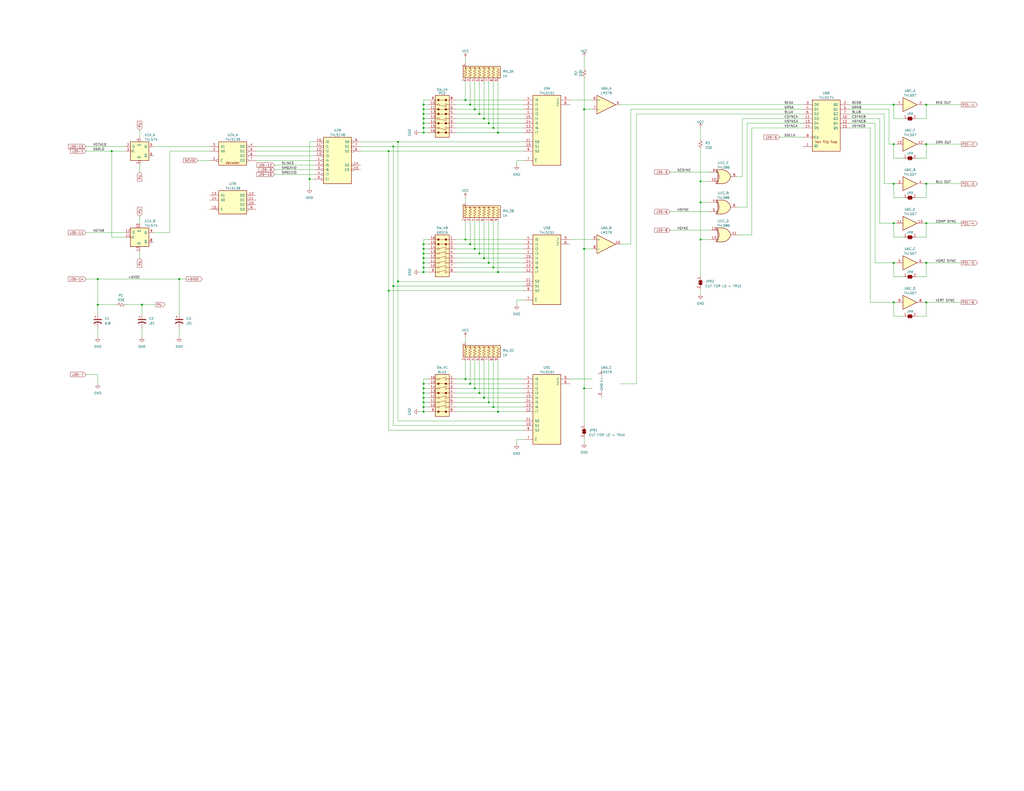
<source format=kicad_sch>
(kicad_sch (version 20230121) (generator eeschema)
  (paper "C")
  (title_block (title "Exidy Universal Game Board II") (company "Anton Gale") (comment 4 "COLOR ADAPTER"))
  (junction (at 231.14 148.59))
  (junction (at 487.68 121.92))
  (junction (at 264.16 217.17))
  (junction (at 266.7 219.71))
  (junction (at 214.63 80.01))
  (junction (at 256.54 57.15))
  (junction (at 254 54.61))
  (junction (at 231.14 146.05))
  (junction (at 231.14 222.25))
  (junction (at 231.14 135.89))
  (junction (at 231.14 217.17))
  (junction (at 168.91 97.79))
  (junction (at 487.68 78.74))
  (junction (at 231.14 214.63))
  (junction (at 505.46 57.15))
  (junction (at 505.46 78.74))
  (junction (at 269.24 146.05))
  (junction (at 259.08 135.89))
  (junction (at 231.14 143.51))
  (junction (at 264.16 140.97))
  (junction (at 231.14 140.97))
  (junction (at 231.14 59.69))
  (junction (at 487.68 57.15))
  (junction (at 487.68 143.51))
  (junction (at 259.08 59.69))
  (junction (at 231.14 72.39))
  (junction (at 212.09 158.75))
  (junction (at 256.54 209.55))
  (junction (at 266.7 67.31))
  (junction (at 231.14 133.35))
  (junction (at 256.54 133.35))
  (junction (at 214.63 156.21))
  (junction (at 505.46 165.1))
  (junction (at 60.96 82.55))
  (junction (at 97.79 152.4))
  (junction (at 271.78 72.39))
  (junction (at 261.62 214.63))
  (junction (at 505.46 143.51))
  (junction (at 53.34 152.4))
  (junction (at 318.77 59.69))
  (junction (at 271.78 148.59))
  (junction (at 382.27 130.81))
  (junction (at 231.14 212.09))
  (junction (at 269.24 69.85))
  (junction (at 261.62 62.23))
  (junction (at 231.14 64.77))
  (junction (at 217.17 77.47))
  (junction (at 382.27 110.49))
  (junction (at 264.16 64.77))
  (junction (at 231.14 62.23))
  (junction (at 231.14 69.85))
  (junction (at 318.77 135.89))
  (junction (at 505.46 100.33))
  (junction (at 254 130.81))
  (junction (at 269.24 222.25))
  (junction (at 271.78 224.79))
  (junction (at 231.14 67.31))
  (junction (at 259.08 212.09))
  (junction (at 261.62 138.43))
  (junction (at 266.7 143.51))
  (junction (at 487.68 100.33))
  (junction (at 231.14 219.71))
  (junction (at 212.09 82.55))
  (junction (at 77.47 166.37))
  (junction (at 231.14 209.55))
  (junction (at 382.27 99.06))
  (junction (at 318.77 212.09))
  (junction (at 231.14 224.79))
  (junction (at 254 207.01))
  (junction (at 53.34 166.37))
  (junction (at 217.17 153.67))
  (junction (at 505.46 121.92))
  (junction (at 487.68 165.1))
  (junction (at 231.14 138.43))
  (junction (at 231.14 57.15))
  (wire (pts (xy 281.94 163.83) (xy 281.94 166.37)))
  (wire (pts (xy 264.16 120.65) (xy 264.16 140.97)))
  (wire (pts (xy 212.09 158.75) (xy 212.09 82.55)))
  (wire (pts (xy 269.24 44.45) (xy 269.24 69.85)))
  (wire (pts (xy 261.62 214.63) (xy 285.75 214.63)))
  (wire (pts (xy 139.7 87.63) (xy 171.45 87.63)))
  (wire (pts (xy 92.71 82.55) (xy 114.3 82.55)))
  (wire (pts (xy 261.62 138.43) (xy 285.75 138.43)))
  (wire (pts (xy 231.14 72.39) (xy 233.68 72.39)))
  (wire (pts (xy 231.14 140.97) (xy 231.14 143.51)))
  (wire (pts (xy 266.7 67.31) (xy 285.75 67.31)))
  (wire (pts (xy 231.14 222.25) (xy 231.14 224.79)))
  (wire (pts (xy 266.7 196.85) (xy 266.7 219.71)))
  (wire (pts (xy 505.46 121.92) (xy 524.51 121.92)))
  (wire (pts (xy 233.68 219.71) (xy 231.14 219.71)))
  (wire (pts (xy 480.06 64.77) (xy 463.55 64.77)))
  (wire (pts (xy 149.86 90.17) (xy 171.45 90.17)))
  (wire (pts (xy 231.14 219.71) (xy 231.14 222.25)))
  (wire (pts (xy 407.67 67.31) (xy 407.67 113.03)))
  (wire (pts (xy 248.92 143.51) (xy 266.7 143.51)))
  (wire (pts (xy 248.92 133.35) (xy 256.54 133.35)))
  (wire (pts (xy 271.78 224.79) (xy 285.75 224.79)))
  (wire (pts (xy 248.92 135.89) (xy 259.08 135.89)))
  (wire (pts (xy 266.7 143.51) (xy 285.75 143.51)))
  (wire (pts (xy 387.35 110.49) (xy 382.27 110.49)))
  (wire (pts (xy 231.14 62.23) (xy 233.68 62.23)))
  (wire (pts (xy 214.63 232.41) (xy 214.63 156.21)))
  (wire (pts (xy 505.46 172.72) (xy 505.46 165.1)))
  (wire (pts (xy 264.16 140.97) (xy 285.75 140.97)))
  (wire (pts (xy 269.24 196.85) (xy 269.24 222.25)))
  (wire (pts (xy 231.14 67.31) (xy 231.14 69.85)))
  (wire (pts (xy 231.14 148.59) (xy 233.68 148.59)))
  (wire (pts (xy 407.67 113.03) (xy 402.59 113.03)))
  (wire (pts (xy 482.6 100.33) (xy 482.6 62.23)))
  (wire (pts (xy 231.14 138.43) (xy 233.68 138.43)))
  (wire (pts (xy 487.68 100.33) (xy 482.6 100.33)))
  (wire (pts (xy 318.77 135.89) (xy 323.215 135.89)))
  (wire (pts (xy 46.99 204.47) (xy 53.34 204.47)))
  (wire (pts (xy 53.34 166.37) (xy 63.5 166.37)))
  (wire (pts (xy 248.92 62.23) (xy 261.62 62.23)))
  (wire (pts (xy 46.99 127) (xy 68.58 127)))
  (wire (pts (xy 248.92 64.77) (xy 264.16 64.77)))
  (wire (pts (xy 487.68 172.72) (xy 487.68 165.1)))
  (wire (pts (xy 410.21 128.27) (xy 402.59 128.27)))
  (wire (pts (xy 338.455 133.35) (xy 344.17 133.35)))
  (wire (pts (xy 344.17 59.69) (xy 438.15 59.69)))
  (wire (pts (xy 264.16 44.45) (xy 264.16 64.77)))
  (wire (pts (xy 410.21 69.85) (xy 438.15 69.85)))
  (wire (pts (xy 231.14 148.59) (xy 228.6 148.59)))
  (wire (pts (xy 168.91 97.79) (xy 168.91 102.87)))
  (wire (pts (xy 107.95 87.63) (xy 114.3 87.63)))
  (wire (pts (xy 500.38 151.13) (xy 505.46 151.13)))
  (wire (pts (xy 231.14 214.63) (xy 233.68 214.63)))
  (wire (pts (xy 505.46 107.95) (xy 505.46 100.33)))
  (wire (pts (xy 248.92 69.85) (xy 269.24 69.85)))
  (wire (pts (xy 474.98 165.1) (xy 474.98 69.85)))
  (wire (pts (xy 248.92 214.63) (xy 261.62 214.63)))
  (wire (pts (xy 248.92 219.71) (xy 266.7 219.71)))
  (wire (pts (xy 256.54 133.35) (xy 285.75 133.35)))
  (wire (pts (xy 231.14 133.35) (xy 233.68 133.35)))
  (wire (pts (xy 492.76 107.95) (xy 487.68 107.95)))
  (wire (pts (xy 261.62 120.65) (xy 261.62 138.43)))
  (wire (pts (xy 318.77 59.69) (xy 318.77 135.89)))
  (wire (pts (xy 248.92 140.97) (xy 264.16 140.97)))
  (wire (pts (xy 214.63 156.21) (xy 214.63 80.01)))
  (wire (pts (xy 365.76 93.98) (xy 387.35 93.98)))
  (wire (pts (xy 285.75 158.75) (xy 212.09 158.75)))
  (wire (pts (xy 500.38 172.72) (xy 505.46 172.72)))
  (wire (pts (xy 487.68 165.1) (xy 474.98 165.1)))
  (wire (pts (xy 271.78 72.39) (xy 285.75 72.39)))
  (wire (pts (xy 76.2 137.16) (xy 76.2 140.97)))
  (wire (pts (xy 248.92 138.43) (xy 261.62 138.43)))
  (wire (pts (xy 254 107.95) (xy 254 110.49)))
  (wire (pts (xy 505.46 143.51) (xy 524.51 143.51)))
  (wire (pts (xy 231.14 209.55) (xy 231.14 212.09)))
  (wire (pts (xy 504.19 78.74) (xy 505.46 78.74)))
  (wire (pts (xy 492.76 129.54) (xy 487.68 129.54)))
  (wire (pts (xy 285.75 153.67) (xy 217.17 153.67)))
  (wire (pts (xy 254 31.75) (xy 254 34.29)))
  (wire (pts (xy 233.68 130.81) (xy 231.14 130.81)))
  (wire (pts (xy 231.14 135.89) (xy 231.14 138.43)))
  (wire (pts (xy 149.86 92.71) (xy 171.45 92.71)))
  (wire (pts (xy 231.14 57.15) (xy 233.68 57.15)))
  (wire (pts (xy 264.16 196.85) (xy 264.16 217.17)))
  (wire (pts (xy 266.7 44.45) (xy 266.7 67.31)))
  (wire (pts (xy 505.46 129.54) (xy 505.46 121.92)))
  (wire (pts (xy 60.96 129.54) (xy 60.96 82.55)))
  (wire (pts (xy 463.55 57.15) (xy 487.68 57.15)))
  (wire (pts (xy 248.92 72.39) (xy 271.78 72.39)))
  (wire (pts (xy 256.54 44.45) (xy 256.54 57.15)))
  (wire (pts (xy 214.63 80.01) (xy 285.75 80.01)))
  (wire (pts (xy 46.99 80.01) (xy 68.58 80.01)))
  (wire (pts (xy 463.55 59.69) (xy 485.14 59.69)))
  (wire (pts (xy 485.14 78.74) (xy 487.68 78.74)))
  (wire (pts (xy 231.14 140.97) (xy 233.68 140.97)))
  (wire (pts (xy 285.75 156.21) (xy 214.63 156.21)))
  (wire (pts (xy 76.2 121.92) (xy 76.2 118.11)))
  (wire (pts (xy 259.08 135.89) (xy 285.75 135.89)))
  (wire (pts (xy 505.46 100.33) (xy 524.51 100.33)))
  (wire (pts (xy 76.2 74.93) (xy 76.2 71.12)))
  (wire (pts (xy 248.92 130.81) (xy 254 130.81)))
  (wire (pts (xy 233.68 207.01) (xy 231.14 207.01)))
  (wire (pts (xy 231.14 146.05) (xy 233.68 146.05)))
  (wire (pts (xy 46.99 82.55) (xy 60.96 82.55)))
  (wire (pts (xy 487.68 151.13) (xy 487.68 143.51)))
  (wire (pts (xy 311.15 130.81) (xy 323.215 130.81)))
  (wire (pts (xy 231.14 59.69) (xy 231.14 62.23)))
  (wire (pts (xy 254 54.61) (xy 285.75 54.61)))
  (wire (pts (xy 256.54 196.85) (xy 256.54 209.55)))
  (wire (pts (xy 231.14 224.79) (xy 228.6 224.79)))
  (wire (pts (xy 231.14 138.43) (xy 231.14 140.97)))
  (wire (pts (xy 92.71 127) (xy 92.71 82.55)))
  (wire (pts (xy 504.19 100.33) (xy 505.46 100.33)))
  (wire (pts (xy 231.14 130.81) (xy 231.14 133.35)))
  (wire (pts (xy 311.15 207.01) (xy 323.215 207.01)))
  (wire (pts (xy 382.27 99.06) (xy 382.27 110.49)))
  (wire (pts (xy 487.68 57.15) (xy 488.95 57.15)))
  (wire (pts (xy 382.27 81.28) (xy 382.27 99.06)))
  (wire (pts (xy 487.68 86.36) (xy 487.68 78.74)))
  (wire (pts (xy 487.68 64.77) (xy 487.68 57.15)))
  (wire (pts (xy 53.34 152.4) (xy 53.34 166.37)))
  (wire (pts (xy 231.14 59.69) (xy 233.68 59.69)))
  (wire (pts (xy 254 130.81) (xy 285.75 130.81)))
  (wire (pts (xy 487.68 143.51) (xy 477.52 143.51)))
  (wire (pts (xy 474.98 69.85) (xy 463.55 69.85)))
  (wire (pts (xy 231.14 214.63) (xy 231.14 217.17)))
  (wire (pts (xy 231.14 146.05) (xy 231.14 148.59)))
  (wire (pts (xy 231.14 69.85) (xy 233.68 69.85)))
  (wire (pts (xy 231.14 54.61) (xy 231.14 57.15)))
  (wire (pts (xy 505.46 78.74) (xy 524.51 78.74)))
  (wire (pts (xy 387.35 99.06) (xy 382.27 99.06)))
  (wire (pts (xy 83.82 80.01) (xy 114.3 80.01)))
  (wire (pts (xy 285.75 232.41) (xy 214.63 232.41)))
  (wire (pts (xy 217.17 77.47) (xy 285.75 77.47)))
  (wire (pts (xy 248.92 54.61) (xy 254 54.61)))
  (wire (pts (xy 259.08 120.65) (xy 259.08 135.89)))
  (wire (pts (xy 365.76 125.73) (xy 387.35 125.73)))
  (wire (pts (xy 77.47 166.37) (xy 77.47 171.45)))
  (wire (pts (xy 505.46 86.36) (xy 505.46 78.74)))
  (wire (pts (xy 500.38 86.36) (xy 505.46 86.36)))
  (wire (pts (xy 505.46 151.13) (xy 505.46 143.51)))
  (wire (pts (xy 53.34 166.37) (xy 53.34 171.45)))
  (wire (pts (xy 266.7 219.71) (xy 285.75 219.71)))
  (wire (pts (xy 248.92 148.59) (xy 271.78 148.59)))
  (wire (pts (xy 487.68 107.95) (xy 487.68 100.33)))
  (wire (pts (xy 217.17 229.87) (xy 217.17 153.67)))
  (wire (pts (xy 196.85 80.01) (xy 214.63 80.01)))
  (wire (pts (xy 231.14 222.25) (xy 233.68 222.25)))
  (wire (pts (xy 425.45 74.93) (xy 438.15 74.93)))
  (wire (pts (xy 261.62 196.85) (xy 261.62 214.63)))
  (wire (pts (xy 347.345 62.23) (xy 438.15 62.23)))
  (wire (pts (xy 500.38 107.95) (xy 505.46 107.95)))
  (wire (pts (xy 410.21 69.85) (xy 410.21 128.27)))
  (wire (pts (xy 212.09 234.95) (xy 212.09 158.75)))
  (wire (pts (xy 488.95 165.1) (xy 487.68 165.1)))
  (wire (pts (xy 477.52 67.31) (xy 463.55 67.31)))
  (wire (pts (xy 482.6 62.23) (xy 463.55 62.23)))
  (wire (pts (xy 405.13 64.77) (xy 438.15 64.77)))
  (wire (pts (xy 254 207.01) (xy 285.75 207.01)))
  (wire (pts (xy 269.24 222.25) (xy 285.75 222.25)))
  (wire (pts (xy 505.46 64.77) (xy 505.46 57.15)))
  (wire (pts (xy 233.68 54.61) (xy 231.14 54.61)))
  (wire (pts (xy 259.08 212.09) (xy 285.75 212.09)))
  (wire (pts (xy 271.78 148.59) (xy 285.75 148.59)))
  (wire (pts (xy 248.92 222.25) (xy 269.24 222.25)))
  (wire (pts (xy 259.08 44.45) (xy 259.08 59.69)))
  (wire (pts (xy 382.27 158.115) (xy 382.27 160.655)))
  (wire (pts (xy 254 120.65) (xy 254 130.81)))
  (wire (pts (xy 266.7 120.65) (xy 266.7 143.51)))
  (wire (pts (xy 231.14 64.77) (xy 233.68 64.77)))
  (wire (pts (xy 256.54 120.65) (xy 256.54 133.35)))
  (wire (pts (xy 485.14 59.69) (xy 485.14 78.74)))
  (wire (pts (xy 318.77 212.09) (xy 318.77 231.775)))
  (wire (pts (xy 168.91 77.47) (xy 168.91 97.79)))
  (wire (pts (xy 271.78 196.85) (xy 271.78 224.79)))
  (wire (pts (xy 492.76 64.77) (xy 487.68 64.77)))
  (wire (pts (xy 259.08 59.69) (xy 285.75 59.69)))
  (wire (pts (xy 387.35 130.81) (xy 382.27 130.81)))
  (wire (pts (xy 231.14 217.17) (xy 233.68 217.17)))
  (wire (pts (xy 97.79 152.4) (xy 97.79 171.45)))
  (wire (pts (xy 285.75 234.95) (xy 212.09 234.95)))
  (wire (pts (xy 231.14 217.17) (xy 231.14 219.71)))
  (wire (pts (xy 231.14 212.09) (xy 233.68 212.09)))
  (wire (pts (xy 231.14 135.89) (xy 233.68 135.89)))
  (wire (pts (xy 53.34 179.07) (xy 53.34 184.15)))
  (wire (pts (xy 248.92 224.79) (xy 271.78 224.79)))
  (wire (pts (xy 231.14 209.55) (xy 233.68 209.55)))
  (wire (pts (xy 168.91 97.79) (xy 171.45 97.79)))
  (wire (pts (xy 231.14 72.39) (xy 228.6 72.39)))
  (wire (pts (xy 46.99 152.4) (xy 53.34 152.4)))
  (wire (pts (xy 480.06 121.92) (xy 480.06 64.77)))
  (wire (pts (xy 285.75 240.03) (xy 281.94 240.03)))
  (wire (pts (xy 248.92 212.09) (xy 259.08 212.09)))
  (wire (pts (xy 505.46 165.1) (xy 524.51 165.1)))
  (wire (pts (xy 318.77 42.545) (xy 318.77 59.69)))
  (wire (pts (xy 382.27 69.85) (xy 382.27 76.2)))
  (wire (pts (xy 231.14 224.79) (xy 233.68 224.79)))
  (wire (pts (xy 477.52 143.51) (xy 477.52 67.31)))
  (wire (pts (xy 487.68 78.74) (xy 488.95 78.74)))
  (wire (pts (xy 285.75 163.83) (xy 281.94 163.83)))
  (wire (pts (xy 231.14 143.51) (xy 231.14 146.05)))
  (wire (pts (xy 248.92 209.55) (xy 256.54 209.55)))
  (wire (pts (xy 68.58 129.54) (xy 60.96 129.54)))
  (wire (pts (xy 504.19 165.1) (xy 505.46 165.1)))
  (wire (pts (xy 269.24 146.05) (xy 285.75 146.05)))
  (wire (pts (xy 488.95 121.92) (xy 487.68 121.92)))
  (wire (pts (xy 231.14 207.01) (xy 231.14 209.55)))
  (wire (pts (xy 382.27 110.49) (xy 382.27 130.81)))
  (wire (pts (xy 338.455 209.55) (xy 347.345 209.55)))
  (wire (pts (xy 139.7 82.55) (xy 171.45 82.55)))
  (wire (pts (xy 196.85 77.47) (xy 217.17 77.47)))
  (wire (pts (xy 405.13 96.52) (xy 402.59 96.52)))
  (wire (pts (xy 271.78 120.65) (xy 271.78 148.59)))
  (wire (pts (xy 212.09 82.55) (xy 285.75 82.55)))
  (wire (pts (xy 231.14 57.15) (xy 231.14 59.69)))
  (wire (pts (xy 231.14 212.09) (xy 231.14 214.63)))
  (wire (pts (xy 271.78 44.45) (xy 271.78 72.39)))
  (wire (pts (xy 281.94 87.63) (xy 281.94 90.17)))
  (wire (pts (xy 196.85 82.55) (xy 212.09 82.55)))
  (wire (pts (xy 68.58 166.37) (xy 77.47 166.37)))
  (wire (pts (xy 264.16 217.17) (xy 285.75 217.17)))
  (wire (pts (xy 323.215 59.69) (xy 318.77 59.69)))
  (wire (pts (xy 492.76 86.36) (xy 487.68 86.36)))
  (wire (pts (xy 261.62 62.23) (xy 285.75 62.23)))
  (wire (pts (xy 365.76 115.57) (xy 387.35 115.57)))
  (wire (pts (xy 281.94 240.03) (xy 281.94 242.57)))
  (wire (pts (xy 488.95 143.51) (xy 487.68 143.51)))
  (wire (pts (xy 269.24 69.85) (xy 285.75 69.85)))
  (wire (pts (xy 97.79 179.07) (xy 97.79 184.15)))
  (wire (pts (xy 248.92 207.01) (xy 254 207.01)))
  (wire (pts (xy 248.92 146.05) (xy 269.24 146.05)))
  (wire (pts (xy 505.46 57.15) (xy 524.51 57.15)))
  (wire (pts (xy 77.47 166.37) (xy 85.09 166.37)))
  (wire (pts (xy 487.68 121.92) (xy 480.06 121.92)))
  (wire (pts (xy 231.14 69.85) (xy 231.14 72.39)))
  (wire (pts (xy 347.345 209.55) (xy 347.345 62.23)))
  (wire (pts (xy 318.77 212.09) (xy 323.215 212.09)))
  (wire (pts (xy 248.92 57.15) (xy 256.54 57.15)))
  (wire (pts (xy 171.45 77.47) (xy 168.91 77.47)))
  (wire (pts (xy 254 44.45) (xy 254 54.61)))
  (wire (pts (xy 217.17 153.67) (xy 217.17 77.47)))
  (wire (pts (xy 504.19 121.92) (xy 505.46 121.92)))
  (wire (pts (xy 233.68 67.31) (xy 231.14 67.31)))
  (wire (pts (xy 504.19 143.51) (xy 505.46 143.51)))
  (wire (pts (xy 254 184.15) (xy 254 186.69)))
  (wire (pts (xy 53.34 152.4) (xy 97.79 152.4)))
  (wire (pts (xy 139.7 80.01) (xy 171.45 80.01)))
  (wire (pts (xy 269.24 120.65) (xy 269.24 146.05)))
  (wire (pts (xy 256.54 209.55) (xy 285.75 209.55)))
  (wire (pts (xy 500.38 64.77) (xy 505.46 64.77)))
  (wire (pts (xy 318.77 135.89) (xy 318.77 212.09)))
  (wire (pts (xy 256.54 57.15) (xy 285.75 57.15)))
  (wire (pts (xy 248.92 217.17) (xy 264.16 217.17)))
  (wire (pts (xy 231.14 62.23) (xy 231.14 64.77)))
  (wire (pts (xy 259.08 196.85) (xy 259.08 212.09)))
  (wire (pts (xy 500.38 129.54) (xy 505.46 129.54)))
  (wire (pts (xy 311.15 54.61) (xy 323.215 54.61)))
  (wire (pts (xy 318.77 31.115) (xy 318.77 37.465)))
  (wire (pts (xy 83.82 127) (xy 92.71 127)))
  (wire (pts (xy 97.79 152.4) (xy 101.6 152.4)))
  (wire (pts (xy 76.2 90.17) (xy 76.2 93.98)))
  (wire (pts (xy 487.68 129.54) (xy 487.68 121.92)))
  (wire (pts (xy 407.67 67.31) (xy 438.15 67.31)))
  (wire (pts (xy 248.92 59.69) (xy 259.08 59.69)))
  (wire (pts (xy 285.75 87.63) (xy 281.94 87.63)))
  (wire (pts (xy 254 196.85) (xy 254 207.01)))
  (wire (pts (xy 492.76 151.13) (xy 487.68 151.13)))
  (wire (pts (xy 231.14 64.77) (xy 231.14 67.31)))
  (wire (pts (xy 318.77 239.395) (xy 318.77 241.935)))
  (wire (pts (xy 248.92 67.31) (xy 266.7 67.31)))
  (wire (pts (xy 139.7 85.09) (xy 171.45 85.09)))
  (wire (pts (xy 231.14 133.35) (xy 231.14 135.89)))
  (wire (pts (xy 77.47 179.07) (xy 77.47 184.15)))
  (wire (pts (xy 382.27 130.81) (xy 382.27 150.495)))
  (wire (pts (xy 344.17 133.35) (xy 344.17 59.69)))
  (wire (pts (xy 261.62 44.45) (xy 261.62 62.23)))
  (wire (pts (xy 504.19 57.15) (xy 505.46 57.15)))
  (wire (pts (xy 405.13 64.77) (xy 405.13 96.52)))
  (wire (pts (xy 233.68 143.51) (xy 231.14 143.51)))
  (wire (pts (xy 488.95 100.33) (xy 487.68 100.33)))
  (wire (pts (xy 53.34 204.47) (xy 53.34 209.55)))
  (wire (pts (xy 285.75 229.87) (xy 217.17 229.87)))
  (wire (pts (xy 338.455 57.15) (xy 438.15 57.15)))
  (wire (pts (xy 149.86 95.25) (xy 171.45 95.25)))
  (wire (pts (xy 492.76 172.72) (xy 487.68 172.72)))
  (wire (pts (xy 264.16 64.77) (xy 285.75 64.77)))
  (wire (pts (xy 60.96 82.55) (xy 68.58 82.55)))
  (label "5M02VID" (at 153.67 92.71 0))
  (label "5LINES" (at 153.67 90.17 0))
  (label "GRN OUT" (at 510.54 78.74 0))
  (label "HORZ SYNC" (at 510.54 143.51 0))
  (label "VSYNCB" (at 464.82 69.85 0))
  (label "RED OUT" (at 510.54 57.15 0))
  (label "HSYNCB" (at 464.82 67.31 0))
  (label "GRNB" (at 464.82 59.69 0))
  (label "5SRLD" (at 50.8 82.55 0))
  (label "BLU OUT" (at 510.54 100.33 0))
  (label "HSYNC" (at 369.57 115.57 0))
  (label "CSYNCB" (at 464.82 64.77 0))
  (label "REDB" (at 464.82 57.15 0))
  (label "BLUA" (at 427.99 62.23 0))
  (label "VSYNCA" (at 427.99 69.85 0))
  (label "HSYNCA" (at 427.99 67.31 0))
  (label "VERT SYNC" (at 510.54 165.1 0))
  (label "VD7A9" (at 50.8 127 0))
  (label "GRNA" (at 427.99 59.69 0))
  (label "+5VDC" (at 69.85 152.4 0))
  (label "REDA" (at 427.99 57.15 0))
  (label "VSYNC" (at 369.57 125.73 0))
  (label "5CSYNC" (at 369.57 93.98 0))
  (label "CSYNCA" (at 427.99 64.77 0))
  (label "5SCLK" (at 427.99 74.93 0))
  (label "5M01VID" (at 153.67 95.25 0))
  (label "COMP SYNC" (at 510.54 121.92 0))
  (label "BLUB" (at 464.82 62.23 0))
  (label "VD7A10" (at 50.8 80.01 0))
  (global_label "J20-8" (shape input) (at 365.76 125.73 180) (property "Intersheetrefs" "${INTERSHEET_REFS}" (effects hide)))
  (global_label "J20-7" (shape input) (at 46.99 204.47 180) (property "Intersheetrefs" "${INTERSHEET_REFS}" (effects hide)))
  (global_label "PU" (shape input) (at 76.2 93.98 270) (property "Intersheetrefs" "${INTERSHEET_REFS}" (effects hide)))
  (global_label "J20-3" (shape input) (at 365.76 93.98 180) (property "Intersheetrefs" "${INTERSHEET_REFS}" (effects hide)))
  (global_label "P21-1" (shape output) (at 524.51 57.15 0) (property "Intersheetrefs" "${INTERSHEET_REFS}" (effects hide)))
  (global_label "J20-10" (shape input) (at 149.86 95.25 180) (property "Intersheetrefs" "${INTERSHEET_REFS}" (effects hide)))
  (global_label "PU" (shape input) (at 76.2 140.97 270) (property "Intersheetrefs" "${INTERSHEET_REFS}" (effects hide)))
  (global_label "J20-5" (shape input) (at 425.45 74.93 180) (property "Intersheetrefs" "${INTERSHEET_REFS}" (effects hide)))
  (global_label "J20-11" (shape input) (at 46.99 127 180) (property "Intersheetrefs" "${INTERSHEET_REFS}" (effects hide)))
  (global_label "P21-2" (shape output) (at 524.51 78.74 0) (property "Intersheetrefs" "${INTERSHEET_REFS}" (effects hide)))
  (global_label "PU" (shape input) (at 76.2 71.12 90) (property "Intersheetrefs" "${INTERSHEET_REFS}" (effects hide)))
  (global_label "P21-3" (shape output) (at 524.51 100.33 0) (property "Intersheetrefs" "${INTERSHEET_REFS}" (effects hide)))
  (global_label "PU" (shape input) (at 76.2 118.11 90) (property "Intersheetrefs" "${INTERSHEET_REFS}" (effects hide)))
  (global_label "J20-1" (shape input) (at 46.99 82.55 180) (property "Intersheetrefs" "${INTERSHEET_REFS}" (effects hide)))
  (global_label "PU" (shape output) (at 85.09 166.37 0) (property "Intersheetrefs" "${INTERSHEET_REFS}" (effects hide)))
  (global_label "+5VDC" (shape output) (at 101.6 152.4 0) (property "Intersheetrefs" "${INTERSHEET_REFS}" (effects hide)))
  (global_label "5CVID" (shape input) (at 107.95 87.63 180) (property "Intersheetrefs" "${INTERSHEET_REFS}" (effects hide)))
  (global_label "P21-5" (shape output) (at 524.51 143.51 0) (property "Intersheetrefs" "${INTERSHEET_REFS}" (effects hide)))
  (global_label "J20-14" (shape input) (at 46.99 152.4 180) (property "Intersheetrefs" "${INTERSHEET_REFS}" (effects hide)))
  (global_label "P21-4" (shape output) (at 524.51 121.92 0) (property "Intersheetrefs" "${INTERSHEET_REFS}" (effects hide)))
  (global_label "J20-13" (shape input) (at 46.99 80.01 180) (property "Intersheetrefs" "${INTERSHEET_REFS}" (effects hide)))
  (global_label "J20-6" (shape input) (at 365.76 115.57 180) (property "Intersheetrefs" "${INTERSHEET_REFS}" (effects hide)))
  (global_label "J20-9" (shape input) (at 149.86 92.71 180) (property "Intersheetrefs" "${INTERSHEET_REFS}" (effects hide)))
  (global_label "P21-6" (shape output) (at 524.51 165.1 0) (property "Intersheetrefs" "${INTERSHEET_REFS}" (effects hide)))
  (global_label "J20-12" (shape input) (at 149.86 90.17 180) (property "Intersheetrefs" "${INTERSHEET_REFS}" (effects hide)))
  (symbol (lib_id "power:GND") (at 77.47 184.15 0) (unit 1)
    (property "Reference" "#PWR024" (effects hide))
    (property "Value" "GND" (at 77.47 189.23 0))
  )
  (symbol (lib_id "power:VCC") (at 254 31.75 0) (unit 1)
    (property "Reference" "#PWR05" (effects hide))
    (property "Value" "VCC" (at 254 27.94 0))
  )
  (symbol (lib_id "power:VCC") (at 382.27 69.85 0) (unit 1)
    (property "Reference" "#PWR022" (effects hide))
    (property "Value" "VCC" (at 382.27 66.675 0))
  )
  (symbol (lib_id "74xx:74LS07") (at 496.57 78.74 0) (unit 6)
    (property "Reference" "U6C_" (at 496.57 71.12 0))
    (property "Value" "74LS07" (at 496.57 73.66 0))
    (property "Datasheet" "www.ti.com/lit/ds/symlink/sn74ls07.pdf" (effects hide))
  )
  (symbol (lib_id "power:GND") (at 281.94 166.37 0) (unit 1)
    (property "Reference" "#PWR08" (effects hide))
    (property "Value" "GND" (at 281.94 171.45 0))
  )
  (symbol (lib_id "jt74:74LS151") (at 298.45 146.05 0) (unit 1)
    (property "Reference" "U5B" (at 298.45 124.46 0))
    (property "Value" "74LS151" (at 298.45 127 0))
    (property "Datasheet" "http://www.ti.com/lit/gpn/sn74LS151" (effects hide))
  )
  (symbol (lib_id "Device:R_Small_US") (at 318.77 40.005 180) (unit 1)
    (property "Reference" "R2" (at 314.325 40.005 90))
    (property "Value" "330" (at 316.865 40.005 90))
  )
  (symbol (lib_id "Device:R_Network08_US") (at 264.16 39.37 0) (unit 1)
    (property "Reference" "RN_3A" (at 274.32 38.989 0) (effects (justify left)))
    (property "Value" "1K" (at 274.32 41.529 0) (effects (justify left)))
    (property "Footprint" "Resistor_THT:R_Array_SIP9" (effects hide))
    (property "Datasheet" "http://www.vishay.com/docs/31509/csc.pdf" (effects hide))
  )
  (symbol (lib_id "jt74:74LS86") (at 394.97 96.52 0) (unit 3)
    (property "Reference" "U1C_" (at 394.6652 88.9 0))
    (property "Value" "74LS86" (at 394.6652 91.44 0))
    (property "Datasheet" "74xx/74ls86.pdf" (effects hide))
  )
  (symbol (lib_id "74xx:74LS139") (at 127 109.22 0) (unit 2)
    (property "Reference" "U?" (at 127 100.33 0))
    (property "Value" "74LS139" (at 127 102.87 0))
    (property "Datasheet" "http://www.ti.com/lit/ds/symlink/sn74ls139a.pdf" (effects hide))
  )
  (symbol (lib_name "74LS86_1") (lib_id "jt74:74LS86") (at 330.835 209.55 0) (unit 3)
    (property "Reference" "U6A_" (at 330.835 200.66 0))
    (property "Value" "LM379" (at 330.835 203.2 0))
    (property "Datasheet" "https://datasheetspdf.com/pdf-file/535676/National/LM379/1" (effects hide))
  )
  (symbol (lib_id "Jumper:SolderJumper_2_Bridged") (at 496.57 151.13 0) (unit 1)
    (property "Reference" "JPR" (at 496.57 148.59 0))
    (property "Value" "CUT FOR LO = TRUE" (effects hide))
  )
  (symbol (lib_id "jt74:74LS74") (at 76.2 82.55 0) (unit 1)
    (property "Reference" "U1A_" (at 78.7655 73.66 0) (effects (justify left)))
    (property "Value" "74LS74" (at 78.7655 76.2 0) (effects (justify left)))
    (property "Datasheet" "74xx/74hc_hct74.pdf" (effects hide))
  )
  (symbol (lib_id "74xx:74LS07") (at 496.57 100.33 0) (unit 2)
    (property "Reference" "U6C_" (at 496.57 92.71 0))
    (property "Value" "74LS07" (at 496.57 95.25 0))
    (property "Datasheet" "www.ti.com/lit/ds/symlink/sn74ls07.pdf" (effects hide))
  )
  (symbol (lib_id "Jumper:SolderJumper_2_Bridged") (at 496.57 172.72 0) (unit 1)
    (property "Reference" "JPR" (at 496.57 170.18 0))
    (property "Value" "CUT FOR LO = TRUE" (effects hide))
  )
  (symbol (lib_id "power:GND") (at 318.77 241.935 0) (unit 1)
    (property "Reference" "#PWR019" (effects hide))
    (property "Value" "GND" (at 318.77 247.015 0))
  )
  (symbol (lib_id "power:GND") (at 228.6 224.79 270) (mirror x) (unit 1)
    (property "Reference" "#PWR018" (effects hide))
    (property "Value" "GND" (at 223.52 224.79 0))
  )
  (symbol (lib_name "SW_DIPS_08_2") (lib_id "Mod_KC_Symbols:SW_DIPS_08") (at 237.49 128.27 0) (unit 1)
    (property "Reference" "SW_4B" (at 241.3 124.46 0))
    (property "Value" "GREEN" (at 241.3 127 0))
  )
  (symbol (lib_id "power:GND") (at 228.6 72.39 270) (mirror x) (unit 1)
    (property "Reference" "#PWR016" (effects hide))
    (property "Value" "GND" (at 223.52 72.39 0))
  )
  (symbol (lib_id "Device:R_Small_US") (at 66.04 166.37 90) (unit 1)
    (property "Reference" "R1" (at 66.04 161.29 90))
    (property "Value" "330" (at 66.04 163.83 90))
  )
  (symbol (lib_id "Device:R_Network08_US") (at 264.16 191.77 0) (unit 1)
    (property "Reference" "RN_3C" (at 274.32 191.389 0) (effects (justify left)))
    (property "Value" "1K" (at 274.32 193.929 0) (effects (justify left)))
    (property "Footprint" "Resistor_THT:R_Array_SIP9" (effects hide))
    (property "Datasheet" "http://www.vishay.com/docs/31509/csc.pdf" (effects hide))
  )
  (symbol (lib_id "Jumper:SolderJumper_2_Bridged") (at 318.77 235.585 270) (unit 1)
    (property "Reference" "JPR1" (at 321.31 234.95 90) (effects (justify left)))
    (property "Value" "CUT FOR LO = TRUE" (at 321.31 237.49 90) (effects (justify left)))
  )
  (symbol (lib_id "jt74:74LS174") (at 450.85 67.31 0) (unit 1)
    (property "Reference" "U6B" (at 450.85 50.8 0))
    (property "Value" "74LS174" (at 450.85 53.34 0))
    (property "Datasheet" "http://www.ti.com/lit/gpn/sn74LS174" (effects hide))
  )
  (symbol (lib_name "SW_DIPS_08_1") (lib_id "Mod_KC_Symbols:SW_DIPS_08") (at 237.49 74.93 0) (mirror x) (unit 1)
    (property "Reference" "SW_4A" (at 241.3 48.895 0))
    (property "Value" "RED" (at 241.3 50.8 0))
  )
  (symbol (lib_id "Device:C_Polarized_US") (at 77.47 175.26 0) (unit 1)
    (property "Reference" "C2" (at 81.28 173.99 0) (effects (justify left)))
    (property "Value" ".01" (at 81.28 176.53 0) (effects (justify left)))
  )
  (symbol (lib_id "74xx:74LS07") (at 496.57 121.92 0) (unit 5)
    (property "Reference" "U6C_" (at 496.57 114.3 0))
    (property "Value" "74LS07" (at 496.57 116.84 0))
    (property "Datasheet" "www.ti.com/lit/ds/symlink/sn74ls07.pdf" (effects hide))
  )
  (symbol (lib_id "power:VCC") (at 254 107.95 0) (unit 1)
    (property "Reference" "#PWR013" (effects hide))
    (property "Value" "VCC" (at 254 104.14 0))
  )
  (symbol (lib_id "Mod_KC_Symbols:SW_DIPS_08") (at 237.49 204.47 0) (unit 1)
    (property "Reference" "SW_4C" (at 241.3 200.66 0))
    (property "Value" "BLUE" (at 241.3 203.2 0))
  )
  (symbol (lib_id "Device:R_Network08_US") (at 264.16 115.57 0) (unit 1)
    (property "Reference" "RN_3B" (at 274.32 115.189 0) (effects (justify left)))
    (property "Value" "1K" (at 274.32 117.729 0) (effects (justify left)))
    (property "Footprint" "Resistor_THT:R_Array_SIP9" (effects hide))
    (property "Datasheet" "http://www.vishay.com/docs/31509/csc.pdf" (effects hide))
  )
  (symbol (lib_id "Device:R_Small_US") (at 382.27 78.74 180) (unit 1)
    (property "Reference" "R3" (at 384.81 78.105 0) (effects (justify right)))
    (property "Value" "330" (at 384.81 80.645 0) (effects (justify right)))
  )
  (symbol (lib_id "jt74:74LS74") (at 76.2 129.54 0) (unit 2)
    (property "Reference" "U1A_" (at 78.7655 120.65 0) (effects (justify left)))
    (property "Value" "74LS74" (at 78.7655 123.19 0) (effects (justify left)))
    (property "Datasheet" "74xx/74hc_hct74.pdf" (effects hide))
  )
  (symbol (lib_id "74xx:74LS07") (at 496.57 57.15 0) (unit 1)
    (property "Reference" "U6C_" (at 496.57 49.53 0))
    (property "Value" "74LS07" (at 496.57 52.07 0))
    (property "Datasheet" "www.ti.com/lit/ds/symlink/sn74ls07.pdf" (effects hide))
  )
  (symbol (lib_id "power:GND") (at 382.27 160.655 0) (unit 1)
    (property "Reference" "#PWR027" (effects hide))
    (property "Value" "GND" (at 382.27 165.735 0))
  )
  (symbol (lib_id "Jumper:SolderJumper_2_Bridged") (at 496.57 86.36 0) (unit 1)
    (property "Reference" "JPR" (at 496.57 83.82 0))
    (property "Value" "CUT FOR LO = TRUE" (effects hide))
  )
  (symbol (lib_name "74LS86_3") (lib_id "jt74:74LS86") (at 330.835 133.35 0) (unit 2)
    (property "Reference" "U6A_" (at 330.835 124.46 0))
    (property "Value" "LM379" (at 330.835 127 0))
    (property "Datasheet" "https://datasheetspdf.com/pdf-file/535676/National/LM379/1" (effects hide))
  )
  (symbol (lib_name "74LS86_2") (lib_id "jt74:74LS86") (at 330.835 57.15 0) (unit 1)
    (property "Reference" "U6A_" (at 330.835 48.26 0))
    (property "Value" "LM379" (at 330.835 50.8 0))
    (property "Datasheet" "https://datasheetspdf.com/pdf-file/535676/National/LM379/1" (effects hide))
  )
  (symbol (lib_id "power:GND") (at 53.34 184.15 0) (unit 1)
    (property "Reference" "#PWR023" (effects hide))
    (property "Value" "GND" (at 53.34 189.23 0))
  )
  (symbol (lib_id "power:GND") (at 228.6 148.59 270) (mirror x) (unit 1)
    (property "Reference" "#PWR017" (effects hide))
    (property "Value" "GND" (at 223.52 148.59 0))
  )
  (symbol (lib_id "74xx:74LS07") (at 496.57 165.1 0) (unit 4)
    (property "Reference" "U6C_" (at 496.57 157.48 0))
    (property "Value" "74LS07" (at 496.57 160.02 0))
    (property "Datasheet" "www.ti.com/lit/ds/symlink/sn74ls07.pdf" (effects hide))
  )
  (symbol (lib_id "jt74:74LS151") (at 298.45 69.85 0) (unit 1)
    (property "Reference" "U5A" (at 298.45 48.26 0))
    (property "Value" "74LS151" (at 298.45 50.8 0))
    (property "Datasheet" "http://www.ti.com/lit/gpn/sn74LS151" (effects hide))
  )
  (symbol (lib_id "Jumper:SolderJumper_2_Bridged") (at 496.57 129.54 0) (unit 1)
    (property "Reference" "JPR" (at 496.57 127 0))
    (property "Value" "CUT FOR LO = TRUE" (effects hide))
  )
  (symbol (lib_id "Jumper:SolderJumper_2_Bridged") (at 496.57 64.77 0) (unit 1)
    (property "Reference" "JPR" (at 496.57 62.23 0))
    (property "Value" "CUT FOR LO = TRUE" (effects hide))
  )
  (symbol (lib_id "Jumper:SolderJumper_2_Bridged") (at 382.27 154.305 270) (unit 1)
    (property "Reference" "JPR2" (at 384.81 153.67 90) (effects (justify left)))
    (property "Value" "CUT FOR LO = TRUE" (at 384.81 156.21 90) (effects (justify left)))
  )
  (symbol (lib_id "power:GND") (at 97.79 184.15 0) (unit 1)
    (property "Reference" "#PWR025" (effects hide))
    (property "Value" "GND" (at 97.79 189.23 0))
  )
  (symbol (lib_id "power:VCC") (at 254 184.15 0) (unit 1)
    (property "Reference" "#PWR015" (effects hide))
    (property "Value" "VCC" (at 254 180.34 0))
  )
  (symbol (lib_id "Device:C_Polarized_US") (at 97.79 175.26 0) (unit 1)
    (property "Reference" "C3" (at 101.6 173.99 0) (effects (justify left)))
    (property "Value" ".01" (at 101.6 176.53 0) (effects (justify left)))
  )
  (symbol (lib_id "power:GND") (at 281.94 242.57 0) (unit 1)
    (property "Reference" "#PWR010" (effects hide))
    (property "Value" "GND" (at 281.94 247.65 0))
  )
  (symbol (lib_id "jt74:74LS151") (at 298.45 222.25 0) (unit 1)
    (property "Reference" "U5C" (at 298.45 200.66 0))
    (property "Value" "74LS151" (at 298.45 203.2 0))
    (property "Datasheet" "http://www.ti.com/lit/gpn/sn74LS151" (effects hide))
  )
  (symbol (lib_id "jt74:74LS86") (at 394.97 113.03 0) (unit 2)
    (property "Reference" "U1C_" (at 394.6652 105.41 0))
    (property "Value" "74LS86" (at 394.6652 107.95 0))
    (property "Datasheet" "74xx/74ls86.pdf" (effects hide))
  )
  (symbol (lib_id "power:GND") (at 53.34 209.55 0) (unit 1)
    (property "Reference" "#PWR026" (effects hide))
    (property "Value" "GND" (at 53.34 214.63 0))
  )
  (symbol (lib_id "jt74:74LS148") (at 184.15 87.63 0) (unit 1)
    (property "Reference" "U2B" (at 184.15 71.12 0))
    (property "Value" "74LS148" (at 184.15 73.66 0))
    (property "Datasheet" "http://www.ti.com/lit/gpn/sn74LS148" (effects hide))
  )
  (symbol (lib_id "Device:C_Polarized_US") (at 53.34 175.26 0) (unit 1)
    (property "Reference" "C1" (at 57.15 173.99 0) (effects (justify left)))
    (property "Value" "6.8" (at 57.15 176.53 0) (effects (justify left)))
  )
  (symbol (lib_id "power:GND") (at 281.94 90.17 0) (unit 1)
    (property "Reference" "#PWR07" (effects hide))
    (property "Value" "GND" (at 281.94 95.25 0))
  )
  (symbol (lib_id "jt74:74LS86") (at 394.97 128.27 0) (unit 4)
    (property "Reference" "U1C_" (at 394.6652 120.65 0))
    (property "Value" "74LS86" (at 394.6652 123.19 0))
    (property "Datasheet" "74xx/74ls86.pdf" (effects hide))
  )
  (symbol (lib_id "power:VCC") (at 318.77 31.115 0) (unit 1)
    (property "Reference" "#PWR020" (effects hide))
    (property "Value" "VCC" (at 318.77 27.94 0))
  )
  (symbol (lib_id "74xx:74LS07") (at 496.57 143.51 0) (unit 3)
    (property "Reference" "U6C_" (at 496.57 135.89 0))
    (property "Value" "74LS07" (at 496.57 138.43 0))
    (property "Datasheet" "www.ti.com/lit/ds/symlink/sn74ls07.pdf" (effects hide))
  )
  (symbol (lib_id "Jumper:SolderJumper_2_Bridged") (at 496.57 107.95 0) (unit 1)
    (property "Reference" "JPR" (at 496.57 105.41 0))
    (property "Value" "CUT FOR LO = TRUE" (effects hide))
  )
  (symbol (lib_id "power:GND") (at 168.91 102.87 0) (unit 1)
    (property "Reference" "#PWR021" (effects hide))
    (property "Value" "GND" (at 168.91 107.95 0))
  )
  (symbol (lib_id "jt74:74LS139") (at 127 82.55 0) (unit 1)
    (property "Reference" "U2A_" (at 127 73.66 0))
    (property "Value" "74LS139" (at 127 76.2 0))
    (property "Datasheet" "http://www.ti.com/lit/gpn/sn74LS139" (effects hide))
  )
)
</source>
